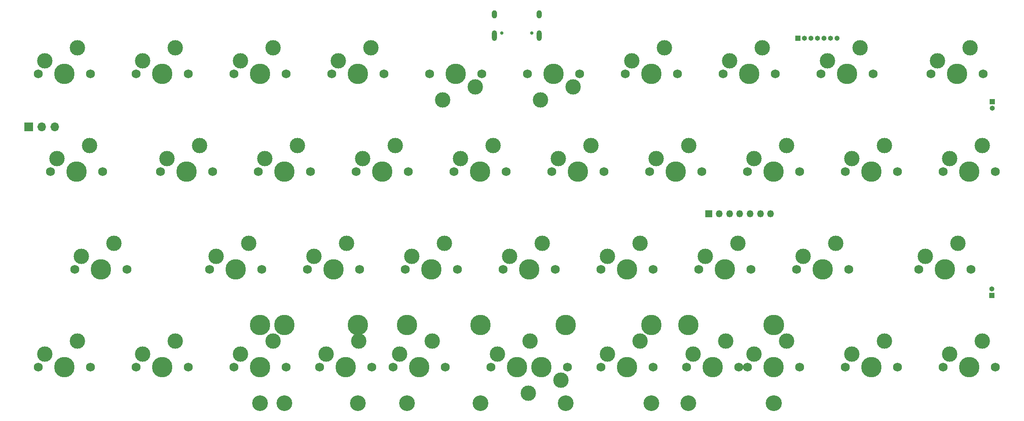
<source format=gbr>
%TF.GenerationSoftware,KiCad,Pcbnew,7.0.7*%
%TF.CreationDate,2023-10-14T12:40:26+02:00*%
%TF.ProjectId,qez,71657a2e-6b69-4636-9164-5f7063625858,rev?*%
%TF.SameCoordinates,Original*%
%TF.FileFunction,Soldermask,Top*%
%TF.FilePolarity,Negative*%
%FSLAX46Y46*%
G04 Gerber Fmt 4.6, Leading zero omitted, Abs format (unit mm)*
G04 Created by KiCad (PCBNEW 7.0.7) date 2023-10-14 12:40:26*
%MOMM*%
%LPD*%
G01*
G04 APERTURE LIST*
%ADD10C,1.750000*%
%ADD11C,3.000000*%
%ADD12C,3.987800*%
%ADD13C,3.048000*%
%ADD14C,0.650000*%
%ADD15O,1.000000X1.600000*%
%ADD16O,1.000000X2.100000*%
%ADD17R,1.000000X1.000000*%
%ADD18O,1.000000X1.000000*%
%ADD19R,1.700000X1.700000*%
%ADD20O,1.700000X1.700000*%
%ADD21R,1.350000X1.350000*%
%ADD22O,1.350000X1.350000*%
G04 APERTURE END LIST*
D10*
%TO.C,MX1*%
X62388750Y-66675000D03*
D11*
X63658750Y-64135000D03*
D12*
X67468750Y-66675000D03*
D11*
X70008750Y-61595000D03*
D10*
X72548750Y-66675000D03*
%TD*%
%TO.C,MX2*%
X81438750Y-66675000D03*
D11*
X82708750Y-64135000D03*
D12*
X86518750Y-66675000D03*
D11*
X89058750Y-61595000D03*
D10*
X91598750Y-66675000D03*
%TD*%
%TO.C,MX3*%
X100488750Y-66675000D03*
D11*
X101758750Y-64135000D03*
D12*
X105568750Y-66675000D03*
D11*
X108108750Y-61595000D03*
D10*
X110648750Y-66675000D03*
%TD*%
%TO.C,MX4*%
X119538750Y-66675000D03*
D11*
X120808750Y-64135000D03*
D12*
X124618750Y-66675000D03*
D11*
X127158750Y-61595000D03*
D10*
X129698750Y-66675000D03*
%TD*%
%TO.C,MX5*%
X148748750Y-66675000D03*
D11*
X147478750Y-69215000D03*
D12*
X143668750Y-66675000D03*
D11*
X141128750Y-71755000D03*
D10*
X138588750Y-66675000D03*
%TD*%
%TO.C,MX6*%
X167798750Y-66675000D03*
D11*
X166528750Y-69215000D03*
D12*
X162718750Y-66675000D03*
D11*
X160178750Y-71755000D03*
D10*
X157638750Y-66675000D03*
%TD*%
%TO.C,MX7*%
X176688750Y-66675000D03*
D11*
X177958750Y-64135000D03*
D12*
X181768750Y-66675000D03*
D11*
X184308750Y-61595000D03*
D10*
X186848750Y-66675000D03*
%TD*%
%TO.C,MX8*%
X195738750Y-66675000D03*
D11*
X197008750Y-64135000D03*
D12*
X200818750Y-66675000D03*
D11*
X203358750Y-61595000D03*
D10*
X205898750Y-66675000D03*
%TD*%
%TO.C,MX9*%
X214788750Y-66675000D03*
D11*
X216058750Y-64135000D03*
D12*
X219868750Y-66675000D03*
D11*
X222408750Y-61595000D03*
D10*
X224948750Y-66675000D03*
%TD*%
%TO.C,MX10*%
X236220000Y-66675000D03*
D11*
X237490000Y-64135000D03*
D12*
X241300000Y-66675000D03*
D11*
X243840000Y-61595000D03*
D10*
X246380000Y-66675000D03*
%TD*%
%TO.C,MX11*%
X64770000Y-85725000D03*
D11*
X66040000Y-83185000D03*
D12*
X69850000Y-85725000D03*
D11*
X72390000Y-80645000D03*
D10*
X74930000Y-85725000D03*
%TD*%
%TO.C,MX12*%
X86201250Y-85725000D03*
D11*
X87471250Y-83185000D03*
D12*
X91281250Y-85725000D03*
D11*
X93821250Y-80645000D03*
D10*
X96361250Y-85725000D03*
%TD*%
%TO.C,MX13*%
X105251250Y-85725000D03*
D11*
X106521250Y-83185000D03*
D12*
X110331250Y-85725000D03*
D11*
X112871250Y-80645000D03*
D10*
X115411250Y-85725000D03*
%TD*%
%TO.C,MX14*%
X124301250Y-85725000D03*
D11*
X125571250Y-83185000D03*
D12*
X129381250Y-85725000D03*
D11*
X131921250Y-80645000D03*
D10*
X134461250Y-85725000D03*
%TD*%
%TO.C,MX17*%
X181451250Y-85725000D03*
D11*
X182721250Y-83185000D03*
D12*
X186531250Y-85725000D03*
D11*
X189071250Y-80645000D03*
D10*
X191611250Y-85725000D03*
%TD*%
%TO.C,MX18*%
X200501250Y-85725000D03*
D11*
X201771250Y-83185000D03*
D12*
X205581250Y-85725000D03*
D11*
X208121250Y-80645000D03*
D10*
X210661250Y-85725000D03*
%TD*%
%TO.C,MX19*%
X219551250Y-85725000D03*
D11*
X220821250Y-83185000D03*
D12*
X224631250Y-85725000D03*
D11*
X227171250Y-80645000D03*
D10*
X229711250Y-85725000D03*
%TD*%
%TO.C,MX20*%
X238601250Y-85725000D03*
D11*
X239871250Y-83185000D03*
D12*
X243681250Y-85725000D03*
D11*
X246221250Y-80645000D03*
D10*
X248761250Y-85725000D03*
%TD*%
%TO.C,MX21*%
X69532500Y-104775000D03*
D11*
X70802500Y-102235000D03*
D12*
X74612500Y-104775000D03*
D11*
X77152500Y-99695000D03*
D10*
X79692500Y-104775000D03*
%TD*%
%TO.C,MX22*%
X62388750Y-123825000D03*
D11*
X63658750Y-121285000D03*
D12*
X67468750Y-123825000D03*
D11*
X70008750Y-118745000D03*
D10*
X72548750Y-123825000D03*
%TD*%
%TO.C,MX23*%
X95726250Y-104775000D03*
D11*
X96996250Y-102235000D03*
D12*
X100806250Y-104775000D03*
D11*
X103346250Y-99695000D03*
D10*
X105886250Y-104775000D03*
%TD*%
%TO.C,MX24*%
X114776250Y-104775000D03*
D11*
X116046250Y-102235000D03*
D12*
X119856250Y-104775000D03*
D11*
X122396250Y-99695000D03*
D10*
X124936250Y-104775000D03*
%TD*%
%TO.C,MX25*%
X133826250Y-104775000D03*
D11*
X135096250Y-102235000D03*
D12*
X138906250Y-104775000D03*
D11*
X141446250Y-99695000D03*
D10*
X143986250Y-104775000D03*
%TD*%
%TO.C,MX26*%
X152876250Y-104775000D03*
D11*
X154146250Y-102235000D03*
D12*
X157956250Y-104775000D03*
D11*
X160496250Y-99695000D03*
D10*
X163036250Y-104775000D03*
%TD*%
%TO.C,MX29*%
X210026250Y-104775000D03*
D11*
X211296250Y-102235000D03*
D12*
X215106250Y-104775000D03*
D11*
X217646250Y-99695000D03*
D10*
X220186250Y-104775000D03*
%TD*%
%TO.C,MX30*%
X233838750Y-104775000D03*
D11*
X235108750Y-102235000D03*
D12*
X238918750Y-104775000D03*
D11*
X241458750Y-99695000D03*
D10*
X243998750Y-104775000D03*
%TD*%
%TO.C,MX31*%
X81438750Y-123825000D03*
D11*
X82708750Y-121285000D03*
D12*
X86518750Y-123825000D03*
D11*
X89058750Y-118745000D03*
D10*
X91598750Y-123825000D03*
%TD*%
%TO.C,MX34*%
X165417500Y-123825000D03*
D11*
X164147500Y-126365000D03*
D12*
X160337500Y-123825000D03*
D11*
X157797500Y-128905000D03*
D10*
X155257500Y-123825000D03*
%TD*%
%TO.C,MX37*%
X219551250Y-123825000D03*
D11*
X220821250Y-121285000D03*
D12*
X224631250Y-123825000D03*
D11*
X227171250Y-118745000D03*
D10*
X229711250Y-123825000D03*
%TD*%
%TO.C,MX38*%
X238601250Y-123825000D03*
D11*
X239871250Y-121285000D03*
D12*
X243681250Y-123825000D03*
D11*
X246221250Y-118745000D03*
D10*
X248761250Y-123825000D03*
%TD*%
%TO.C,MX28*%
X190976250Y-104775000D03*
D11*
X192246250Y-102235000D03*
D12*
X196056250Y-104775000D03*
D11*
X198596250Y-99695000D03*
D10*
X201136250Y-104775000D03*
%TD*%
%TO.C,MX36*%
X200501250Y-123825000D03*
D11*
X201771250Y-121285000D03*
D12*
X205581250Y-123825000D03*
D11*
X208121250Y-118745000D03*
D10*
X210661250Y-123825000D03*
%TD*%
%TO.C,MX32*%
X100488750Y-123825000D03*
D11*
X101758750Y-121285000D03*
D12*
X105568750Y-123825000D03*
D11*
X108108750Y-118745000D03*
D10*
X110648750Y-123825000D03*
%TD*%
%TO.C,MX15*%
X143351250Y-85725000D03*
D11*
X144621250Y-83185000D03*
D12*
X148431250Y-85725000D03*
D11*
X150971250Y-80645000D03*
D10*
X153511250Y-85725000D03*
%TD*%
D12*
%TO.C,MX41*%
X105575100Y-115570000D03*
D13*
X105575100Y-130810000D03*
D10*
X150495000Y-123825000D03*
D11*
X151765000Y-121285000D03*
D12*
X155575000Y-123825000D03*
D11*
X158115000Y-118745000D03*
D10*
X160655000Y-123825000D03*
D12*
X205574900Y-115570000D03*
D13*
X205574900Y-130810000D03*
%TD*%
D12*
%TO.C,MX39*%
X124587000Y-115570000D03*
D13*
X124587000Y-130810000D03*
D10*
X131445000Y-123825000D03*
D11*
X132715000Y-121285000D03*
D12*
X136525000Y-123825000D03*
D11*
X139065000Y-118745000D03*
D10*
X141605000Y-123825000D03*
D12*
X148463000Y-115570000D03*
D13*
X148463000Y-130810000D03*
%TD*%
D12*
%TO.C,MX33*%
X110299500Y-115570000D03*
D13*
X110299500Y-130810000D03*
D10*
X117157500Y-123825000D03*
D11*
X118427500Y-121285000D03*
D12*
X122237500Y-123825000D03*
D11*
X124777500Y-118745000D03*
D10*
X127317500Y-123825000D03*
D12*
X134175500Y-115570000D03*
D13*
X134175500Y-130810000D03*
%TD*%
D12*
%TO.C,MX40*%
X165068250Y-115570000D03*
D13*
X165068250Y-130810000D03*
D10*
X171926250Y-123825000D03*
D11*
X173196250Y-121285000D03*
D12*
X177006250Y-123825000D03*
D11*
X179546250Y-118745000D03*
D10*
X182086250Y-123825000D03*
D12*
X188944250Y-115570000D03*
D13*
X188944250Y-130810000D03*
%TD*%
D12*
%TO.C,MX35*%
X181737000Y-115570000D03*
D13*
X181737000Y-130810000D03*
D10*
X188595000Y-123825000D03*
D11*
X189865000Y-121285000D03*
D12*
X193675000Y-123825000D03*
D11*
X196215000Y-118745000D03*
D10*
X198755000Y-123825000D03*
D12*
X205613000Y-115570000D03*
D13*
X205613000Y-130810000D03*
%TD*%
D10*
%TO.C,MX16*%
X162401250Y-85725000D03*
D11*
X163671250Y-83185000D03*
D12*
X167481250Y-85725000D03*
D11*
X170021250Y-80645000D03*
D10*
X172561250Y-85725000D03*
%TD*%
%TO.C,MX27*%
X171926250Y-104775000D03*
D11*
X173196250Y-102235000D03*
D12*
X177006250Y-104775000D03*
D11*
X179546250Y-99695000D03*
D10*
X182086250Y-104775000D03*
%TD*%
D14*
%TO.C,USB1*%
X152685000Y-58670500D03*
X158465000Y-58670500D03*
D15*
X159895000Y-55020500D03*
D16*
X159895000Y-59200500D03*
X151255000Y-59200500D03*
D15*
X151255000Y-55020500D03*
%TD*%
D17*
%TO.C,J7*%
X210317534Y-59737148D03*
D18*
X211587534Y-59737148D03*
X212857534Y-59737148D03*
X214127534Y-59737148D03*
X215397534Y-59737148D03*
X216667534Y-59737148D03*
X217937534Y-59737148D03*
%TD*%
D17*
%TO.C,J4*%
X248119055Y-72044104D03*
D18*
X248119055Y-73314104D03*
%TD*%
D19*
%TO.C,J2*%
X60546930Y-76941939D03*
D20*
X63086930Y-76941939D03*
X65626930Y-76941939D03*
%TD*%
D21*
%TO.C,J6*%
X192992434Y-93867427D03*
D22*
X194992434Y-93867427D03*
X196992434Y-93867427D03*
X198992434Y-93867427D03*
X200992434Y-93867427D03*
X202992434Y-93867427D03*
X204992434Y-93867427D03*
%TD*%
D17*
%TO.C,J1*%
X248040976Y-109791951D03*
D18*
X248040976Y-108521951D03*
%TD*%
M02*

</source>
